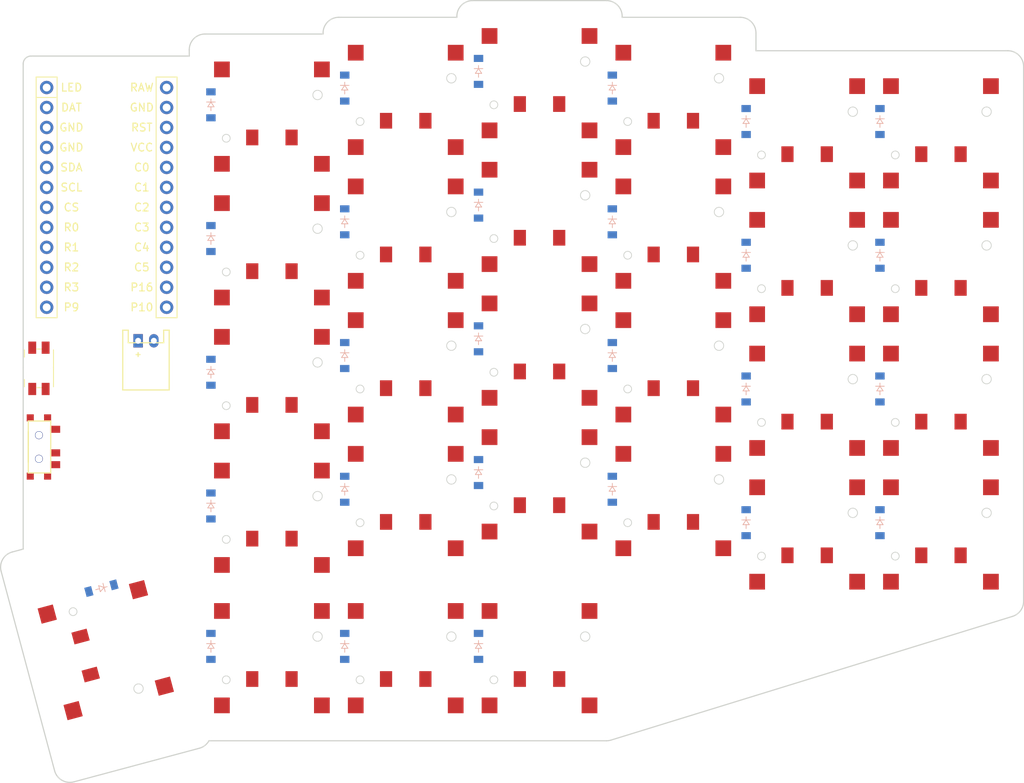
<source format=kicad_pcb>
(kicad_pcb (version 20240108) (generator "ergogen") (generator_version "4.1.0")
  (title_block (title "souffle_right") (date "2025-02-13") (rev "0.1") (company "Felipe Coury"))
  (layers (0 "F.Cu" signal) (31 "B.Cu" signal) (34 "B.Paste" user) (35 "F.Paste" user) (36 "B.SilkS" user "B.Silkscreen") (37 "F.SilkS" user "F.Silkscreen") (38 "B.Mask" user) (39 "F.Mask" user) (44 "Edge.Cuts" user))
  (net 0 "")
  (net 1 "C0")
  (net 2 "mirror_outer_bottom")
  (net 3 "mirror_outer_home")
  (net 4 "mirror_outer_top")
  (net 5 "mirror_outer_number")
  (net 6 "C1")
  (net 7 "mirror_pinky_bottom")
  (net 8 "mirror_pinky_home")
  (net 9 "mirror_pinky_top")
  (net 10 "mirror_pinky_number")
  (net 11 "C2")
  (net 12 "mirror_ring_bottom")
  (net 13 "mirror_ring_home")
  (net 14 "mirror_ring_top")
  (net 15 "mirror_ring_number")
  (net 16 "C3")
  (net 17 "mirror_middle_bottom")
  (net 18 "mirror_middle_home")
  (net 19 "mirror_middle_top")
  (net 20 "mirror_middle_number")
  (net 21 "C4")
  (net 22 "mirror_index_bottom")
  (net 23 "mirror_index_home")
  (net 24 "mirror_index_top")
  (net 25 "mirror_index_number")
  (net 26 "C5")
  (net 27 "mirror_inner_bottom")
  (net 28 "mirror_inner_home")
  (net 29 "mirror_inner_top")
  (net 30 "mirror_inner_number")
  (net 31 "mirror_inward_home")
  (net 32 "mirror_outward_home")
  (net 33 "mirror_small_thumbkey_home")
  (net 34 "mirror_thumbkey_home")
  (net 35 "R3")
  (net 36 "R2")
  (net 37 "R1")
  (net 38 "R0")
  (net 39 "R4")
  (net 40 "pos")
  (net 41 "GND")
  (net 42 "RAW")
  (net 43 "RST")
  (net 44 "VCC")
  (net 45 "P16")
  (net 46 "P10")
  (net 47 "LED")
  (net 48 "DAT")
  (net 49 "SDA")
  (net 50 "SCL")
  (net 51 "CS")
  (net 52 "P9")
  (net 53 "P101")
  (net 54 "P102")
  (net 55 "P107")
  (net 56 "MCU1_24")
  (net 57 "MCU1_1")
  (net 58 "MCU1_23")
  (net 59 "MCU1_2")
  (net 60 "MCU1_22")
  (net 61 "MCU1_3")
  (net 62 "MCU1_21")
  (net 63 "MCU1_4")
  (net 64 "MCU1_20")
  (net 65 "MCU1_5")
  (net 66 "MCU1_19")
  (net 67 "MCU1_6")
  (net 68 "MCU1_18")
  (net 69 "MCU1_7")
  (net 70 "MCU1_17")
  (net 71 "MCU1_8")
  (net 72 "MCU1_16")
  (net 73 "MCU1_9")
  (net 74 "MCU1_15")
  (net 75 "MCU1_10")
  (net 76 "MCU1_14")
  (net 77 "MCU1_11")
  (net 78 "MCU1_13")
  (net 79 "MCU1_12")
  (footprint "CPG1316S01D02_mikeholscher" (layer "F.Cu") (at 350 100 0)
    (property "Reference" "S1" hide)
    (fp_circle (center -5.8 2.75) (end -5.3 2.75) (stroke (width 0.1)) (fill none) (layer "Edge.Cuts"))
    (fp_circle (center 5.8 -2.75) (end 6.4 -2.75) (stroke (width 0.1)) (fill none) (layer "Edge.Cuts"))
    (pad "1" smd rect (at -2.5 2.65 0) (size 1.55 2) (layers "F.Cu" "F.Paste" "F.Mask") (net 2 "mirror_outer_bottom"))
    (pad "2" smd rect (at 2.5 2.65 0) (size 1.55 2) (layers "F.Cu" "F.Paste" "F.Mask") (net 1 "C0"))
    (pad "3" smd rect (at -6.35 -6 0) (size 2 2) (layers "F.Cu" "F.Paste" "F.Mask"))
    (pad "3" smd rect (at -6.35 6 0) (size 2 2) (layers "F.Cu" "F.Paste" "F.Mask"))
    (pad "3" smd rect (at 6.35 -6 0) (size 2 2) (layers "F.Cu" "F.Paste" "F.Mask"))
    (pad "3" smd rect (at 6.35 6 0) (size 2 2) (layers "F.Cu" "F.Paste" "F.Mask"))
  )
  (footprint "CPG1316S01D02_mikeholscher" (layer "F.Cu") (at 350 83 0)
    (property "Reference" "S2" hide)
    (fp_circle (center -5.8 2.75) (end -5.3 2.75) (stroke (width 0.1)) (fill none) (layer "Edge.Cuts"))
    (fp_circle (center 5.8 -2.75) (end 6.4 -2.75) (stroke (width 0.1)) (fill none) (layer "Edge.Cuts"))
    (pad "1" smd rect (at -2.5 2.65 0) (size 1.55 2) (layers "F.Cu" "F.Paste" "F.Mask") (net 3 "mirror_outer_home"))
    (pad "2" smd rect (at 2.5 2.65 0) (size 1.55 2) (layers "F.Cu" "F.Paste" "F.Mask") (net 1 "C0"))
    (pad "3" smd rect (at -6.35 -6 0) (size 2 2) (layers "F.Cu" "F.Paste" "F.Mask"))
    (pad "3" smd rect (at -6.35 6 0) (size 2 2) (layers "F.Cu" "F.Paste" "F.Mask"))
    (pad "3" smd rect (at 6.35 -6 0) (size 2 2) (layers "F.Cu" "F.Paste" "F.Mask"))
    (pad "3" smd rect (at 6.35 6 0) (size 2 2) (layers "F.Cu" "F.Paste" "F.Mask"))
  )
  (footprint "CPG1316S01D02_mikeholscher" (layer "F.Cu") (at 350 66 0)
    (property "Reference" "S3" hide)
    (fp_circle (center -5.8 2.75) (end -5.3 2.75) (stroke (width 0.1)) (fill none) (layer "Edge.Cuts"))
    (fp_circle (center 5.8 -2.75) (end 6.4 -2.75) (stroke (width 0.1)) (fill none) (layer "Edge.Cuts"))
    (pad "1" smd rect (at -2.5 2.65 0) (size 1.55 2) (layers "F.Cu" "F.Paste" "F.Mask") (net 4 "mirror_outer_top"))
    (pad "2" smd rect (at 2.5 2.65 0) (size 1.55 2) (layers "F.Cu" "F.Paste" "F.Mask") (net 1 "C0"))
    (pad "3" smd rect (at -6.35 -6 0) (size 2 2) (layers "F.Cu" "F.Paste" "F.Mask"))
    (pad "3" smd rect (at -6.35 6 0) (size 2 2) (layers "F.Cu" "F.Paste" "F.Mask"))
    (pad "3" smd rect (at 6.35 -6 0) (size 2 2) (layers "F.Cu" "F.Paste" "F.Mask"))
    (pad "3" smd rect (at 6.35 6 0) (size 2 2) (layers "F.Cu" "F.Paste" "F.Mask"))
  )
  (footprint "CPG1316S01D02_mikeholscher" (layer "F.Cu") (at 350 49 0)
    (property "Reference" "S4" hide)
    (fp_circle (center -5.8 2.75) (end -5.3 2.75) (stroke (width 0.1)) (fill none) (layer "Edge.Cuts"))
    (fp_circle (center 5.8 -2.75) (end 6.4 -2.75) (stroke (width 0.1)) (fill none) (layer "Edge.Cuts"))
    (pad "1" smd rect (at -2.5 2.65 0) (size 1.55 2) (layers "F.Cu" "F.Paste" "F.Mask") (net 5 "mirror_outer_number"))
    (pad "2" smd rect (at 2.5 2.65 0) (size 1.55 2) (layers "F.Cu" "F.Paste" "F.Mask") (net 1 "C0"))
    (pad "3" smd rect (at -6.35 -6 0) (size 2 2) (layers "F.Cu" "F.Paste" "F.Mask"))
    (pad "3" smd rect (at -6.35 6 0) (size 2 2) (layers "F.Cu" "F.Paste" "F.Mask"))
    (pad "3" smd rect (at 6.35 -6 0) (size 2 2) (layers "F.Cu" "F.Paste" "F.Mask"))
    (pad "3" smd rect (at 6.35 6 0) (size 2 2) (layers "F.Cu" "F.Paste" "F.Mask"))
  )
  (footprint "CPG1316S01D02_mikeholscher" (layer "F.Cu") (at 333 100 0)
    (property "Reference" "S5" hide)
    (fp_circle (center -5.8 2.75) (end -5.3 2.75) (stroke (width 0.1)) (fill none) (layer "Edge.Cuts"))
    (fp_circle (center 5.8 -2.75) (end 6.4 -2.75) (stroke (width 0.1)) (fill none) (layer "Edge.Cuts"))
    (pad "1" smd rect (at -2.5 2.65 0) (size 1.55 2) (layers "F.Cu" "F.Paste" "F.Mask") (net 7 "mirror_pinky_bottom"))
    (pad "2" smd rect (at 2.5 2.65 0) (size 1.55 2) (layers "F.Cu" "F.Paste" "F.Mask") (net 6 "C1"))
    (pad "3" smd rect (at -6.35 -6 0) (size 2 2) (layers "F.Cu" "F.Paste" "F.Mask"))
    (pad "3" smd rect (at -6.35 6 0) (size 2 2) (layers "F.Cu" "F.Paste" "F.Mask"))
    (pad "3" smd rect (at 6.35 -6 0) (size 2 2) (layers "F.Cu" "F.Paste" "F.Mask"))
    (pad "3" smd rect (at 6.35 6 0) (size 2 2) (layers "F.Cu" "F.Paste" "F.Mask"))
  )
  (footprint "CPG1316S01D02_mikeholscher" (layer "F.Cu") (at 333 83 0)
    (property "Reference" "S6" hide)
    (fp_circle (center -5.8 2.75) (end -5.3 2.75) (stroke (width 0.1)) (fill none) (layer "Edge.Cuts"))
    (fp_circle (center 5.8 -2.75) (end 6.4 -2.75) (stroke (width 0.1)) (fill none) (layer "Edge.Cuts"))
    (pad "1" smd rect (at -2.5 2.65 0) (size 1.55 2) (layers "F.Cu" "F.Paste" "F.Mask") (net 8 "mirror_pinky_home"))
    (pad "2" smd rect (at 2.5 2.65 0) (size 1.55 2) (layers "F.Cu" "F.Paste" "F.Mask") (net 6 "C1"))
    (pad "3" smd rect (at -6.35 -6 0) (size 2 2) (layers "F.Cu" "F.Paste" "F.Mask"))
    (pad "3" smd rect (at -6.35 6 0) (size 2 2) (layers "F.Cu" "F.Paste" "F.Mask"))
    (pad "3" smd rect (at 6.35 -6 0) (size 2 2) (layers "F.Cu" "F.Paste" "F.Mask"))
    (pad "3" smd rect (at 6.35 6 0) (size 2 2) (layers "F.Cu" "F.Paste" "F.Mask"))
  )
  (footprint "CPG1316S01D02_mikeholscher" (layer "F.Cu") (at 333 66 0)
    (property "Reference" "S7" hide)
    (fp_circle (center -5.8 2.75) (end -5.3 2.75) (stroke (width 0.1)) (fill none) (layer "Edge.Cuts"))
    (fp_circle (center 5.8 -2.75) (end 6.4 -2.75) (stroke (width 0.1)) (fill none) (layer "Edge.Cuts"))
    (pad "1" smd rect (at -2.5 2.65 0) (size 1.55 2) (layers "F.Cu" "F.Paste" "F.Mask") (net 9 "mirror_pinky_top"))
    (pad "2" smd rect (at 2.5 2.65 0) (size 1.55 2) (layers "F.Cu" "F.Paste" "F.Mask") (net 6 "C1"))
    (pad "3" smd rect (at -6.35 -6 0) (size 2 2) (layers "F.Cu" "F.Paste" "F.Mask"))
    (pad "3" smd rect (at -6.35 6 0) (size 2 2) (layers "F.Cu" "F.Paste" "F.Mask"))
    (pad "3" smd rect (at 6.35 -6 0) (size 2 2) (layers "F.Cu" "F.Paste" "F.Mask"))
    (pad "3" smd rect (at 6.35 6 0) (size 2 2) (layers "F.Cu" "F.Paste" "F.Mask"))
  )
  (footprint "CPG1316S01D02_mikeholscher" (layer "F.Cu") (at 333 49 0)
    (property "Reference" "S8" hide)
    (fp_circle (center -5.8 2.75) (end -5.3 2.75) (stroke (width 0.1)) (fill none) (layer "Edge.Cuts"))
    (fp_circle (center 5.8 -2.75) (end 6.4 -2.75) (stroke (width 0.1)) (fill none) (layer "Edge.Cuts"))
    (pad "1" smd rect (at -2.5 2.65 0) (size 1.55 2) (layers "F.Cu" "F.Paste" "F.Mask") (net 10 "mirror_pinky_number"))
    (pad "2" smd rect (at 2.5 2.65 0) (size 1.55 2) (layers "F.Cu" "F.Paste" "F.Mask") (net 6 "C1"))
    (pad "3" smd rect (at -6.35 -6 0) (size 2 2) (layers "F.Cu" "F.Paste" "F.Mask"))
    (pad "3" smd rect (at -6.35 6 0) (size 2 2) (layers "F.Cu" "F.Paste" "F.Mask"))
    (pad "3" smd rect (at 6.35 -6 0) (size 2 2) (layers "F.Cu" "F.Paste" "F.Mask"))
    (pad "3" smd rect (at 6.35 6 0) (size 2 2) (layers "F.Cu" "F.Paste" "F.Mask"))
  )
  (footprint "CPG1316S01D02_mikeholscher" (layer "F.Cu") (at 316 95.75 0)
    (property "Reference" "S9" hide)
    (fp_circle (center -5.8 2.75) (end -5.3 2.75) (stroke (width 0.1)) (fill none) (layer "Edge.Cuts"))
    (fp_circle (center 5.8 -2.75) (end 6.4 -2.75) (stroke (width 0.1)) (fill none) (layer "Edge.Cuts"))
    (pad "1" smd rect (at -2.5 2.65 0) (size 1.55 2) (layers "F.Cu" "F.Paste" "F.Mask") (net 12 "mirror_ring_bottom"))
    (pad "2" smd rect (at 2.5 2.65 0) (size 1.55 2) (layers "F.Cu" "F.Paste" "F.Mask") (net 11 "C2"))
    (pad "3" smd rect (at -6.35 -6 0) (size 2 2) (layers "F.Cu" "F.Paste" "F.Mask"))
    (pad "3" smd rect (at -6.35 6 0) (size 2 2) (layers "F.Cu" "F.Paste" "F.Mask"))
    (pad "3" smd rect (at 6.35 -6 0) (size 2 2) (layers "F.Cu" "F.Paste" "F.Mask"))
    (pad "3" smd rect (at 6.35 6 0) (size 2 2) (layers "F.Cu" "F.Paste" "F.Mask"))
  )
  (footprint "CPG1316S01D02_mikeholscher" (layer "F.Cu") (at 316 78.75 0)
    (property "Reference" "S10" hide)
    (fp_circle (center -5.8 2.75) (end -5.3 2.75) (stroke (width 0.1)) (fill none) (layer "Edge.Cuts"))
    (fp_circle (center 5.8 -2.75) (end 6.4 -2.75) (stroke (width 0.1)) (fill none) (layer "Edge.Cuts"))
    (pad "1" smd rect (at -2.5 2.65 0) (size 1.55 2) (layers "F.Cu" "F.Paste" "F.Mask") (net 13 "mirror_ring_home"))
    (pad "2" smd rect (at 2.5 2.65 0) (size 1.55 2) (layers "F.Cu" "F.Paste" "F.Mask") (net 11 "C2"))
    (pad "3" smd rect (at -6.35 -6 0) (size 2 2) (layers "F.Cu" "F.Paste" "F.Mask"))
    (pad "3" smd rect (at -6.35 6 0) (size 2 2) (layers "F.Cu" "F.Paste" "F.Mask"))
    (pad "3" smd rect (at 6.35 -6 0) (size 2 2) (layers "F.Cu" "F.Paste" "F.Mask"))
    (pad "3" smd rect (at 6.35 6 0) (size 2 2) (layers "F.Cu" "F.Paste" "F.Mask"))
  )
  (footprint "CPG1316S01D02_mikeholscher" (layer "F.Cu") (at 316 61.75 0)
    (property "Reference" "S11" hide)
    (fp_circle (center -5.8 2.75) (end -5.3 2.75) (stroke (width 0.1)) (fill none) (layer "Edge.Cuts"))
    (fp_circle (center 5.8 -2.75) (end 6.4 -2.75) (stroke (width 0.1)) (fill none) (layer "Edge.Cuts"))
    (pad "1" smd rect (at -2.5 2.65 0) (size 1.55 2) (layers "F.Cu" "F.Paste" "F.Mask") (net 14 "mirror_ring_top"))
    (pad "2" smd rect (at 2.5 2.65 0) (size 1.55 2) (layers "F.Cu" "F.Paste" "F.Mask") (net 11 "C2"))
    (pad "3" smd rect (at -6.35 -6 0) (size 2 2) (layers "F.Cu" "F.Paste" "F.Mask"))
    (pad "3" smd rect (at -6.35 6 0) (size 2 2) (layers "F.Cu" "F.Paste" "F.Mask"))
    (pad "3" smd rect (at 6.35 -6 0) (size 2 2) (layers "F.Cu" "F.Paste" "F.Mask"))
    (pad "3" smd rect (at 6.35 6 0) (size 2 2) (layers "F.Cu" "F.Paste" "F.Mask"))
  )
  (footprint "CPG1316S01D02_mikeholscher" (layer "F.Cu") (at 316 44.75 0)
    (property "Reference" "S12" hide)
    (fp_circle (center -5.8 2.75) (end -5.3 2.75) (stroke (width 0.1)) (fill none) (layer "Edge.Cuts"))
    (fp_circle (center 5.8 -2.75) (end 6.4 -2.75) (stroke (width 0.1)) (fill none) (layer "Edge.Cuts"))
    (pad "1" smd rect (at -2.5 2.65 0) (size 1.55 2) (layers "F.Cu" "F.Paste" "F.Mask") (net 15 "mirror_ring_number"))
    (pad "2" smd rect (at 2.5 2.65 0) (size 1.55 2) (layers "F.Cu" "F.Paste" "F.Mask") (net 11 "C2"))
    (pad "3" smd rect (at -6.35 -6 0) (size 2 2) (layers "F.Cu" "F.Paste" "F.Mask"))
    (pad "3" smd rect (at -6.35 6 0) (size 2 2) (layers "F.Cu" "F.Paste" "F.Mask"))
    (pad "3" smd rect (at 6.35 -6 0) (size 2 2) (layers "F.Cu" "F.Paste" "F.Mask"))
    (pad "3" smd rect (at 6.35 6 0) (size 2 2) (layers "F.Cu" "F.Paste" "F.Mask"))
  )
  (footprint "CPG1316S01D02_mikeholscher" (layer "F.Cu") (at 299 93.625 0)
    (property "Reference" "S13" hide)
    (fp_circle (center -5.8 2.75) (end -5.3 2.75) (stroke (width 0.1)) (fill none) (layer "Edge.Cuts"))
    (fp_circle (center 5.8 -2.75) (end 6.4 -2.75) (stroke (width 0.1)) (fill none) (layer "Edge.Cuts"))
    (pad "1" smd rect (at -2.5 2.65 0) (size 1.55 2) (layers "F.Cu" "F.Paste" "F.Mask") (net 17 "mirror_middle_bottom"))
    (pad "2" smd rect (at 2.5 2.65 0) (size 1.55 2) (layers "F.Cu" "F.Paste" "F.Mask") (net 16 "C3"))
    (pad "3" smd rect (at -6.35 -6 0) (size 2 2) (layers "F.Cu" "F.Paste" "F.Mask"))
    (pad "3" smd rect (at -6.35 6 0) (size 2 2) (layers "F.Cu" "F.Paste" "F.Mask"))
    (pad "3" smd rect (at 6.35 -6 0) (size 2 2) (layers "F.Cu" "F.Paste" "F.Mask"))
    (pad "3" smd rect (at 6.35 6 0) (size 2 2) (layers "F.Cu" "F.Paste" "F.Mask"))
  )
  (footprint "CPG1316S01D02_mikeholscher" (layer "F.Cu") (at 299 76.625 0)
    (property "Reference" "S14" hide)
    (fp_circle (center -5.8 2.75) (end -5.3 2.75) (stroke (width 0.1)) (fill none) (layer "Edge.Cuts"))
    (fp_circle (center 5.8 -2.75) (end 6.4 -2.75) (stroke (width 0.1)) (fill none) (layer "Edge.Cuts"))
    (pad "1" smd rect (at -2.5 2.65 0) (size 1.55 2) (layers "F.Cu" "F.Paste" "F.Mask") (net 18 "mirror_middle_home"))
    (pad "2" smd rect (at 2.5 2.65 0) (size 1.55 2) (layers "F.Cu" "F.Paste" "F.Mask") (net 16 "C3"))
    (pad "3" smd rect (at -6.35 -6 0) (size 2 2) (layers "F.Cu" "F.Paste" "F.Mask"))
    (pad "3" smd rect (at -6.35 6 0) (size 2 2) (layers "F.Cu" "F.Paste" "F.Mask"))
    (pad "3" smd rect (at 6.35 -6 0) (size 2 2) (layers "F.Cu" "F.Paste" "F.Mask"))
    (pad "3" smd rect (at 6.35 6 0) (size 2 2) (layers "F.Cu" "F.Paste" "F.Mask"))
  )
  (footprint "CPG1316S01D02_mikeholscher" (layer "F.Cu") (at 299 59.625 0)
    (property "Reference" "S15" hide)
    (fp_circle (center -5.8 2.75) (end -5.3 2.75) (stroke (width 0.1)) (fill none) (layer "Edge.Cuts"))
    (fp_circle (center 5.8 -2.75) (end 6.4 -2.75) (stroke (width 0.1)) (fill none) (layer "Edge.Cuts"))
    (pad "1" smd rect (at -2.5 2.65 0) (size 1.55 2) (layers "F.Cu" "F.Paste" "F.Mask") (net 19 "mirror_middle_top"))
    (pad "2" smd rect (at 2.5 2.65 0) (size 1.55 2) (layers "F.Cu" "F.Paste" "F.Mask") (net 16 "C3"))
    (pad "3" smd rect (at -6.35 -6 0) (size 2 2) (layers "F.Cu" "F.Paste" "F.Mask"))
    (pad "3" smd rect (at -6.35 6 0) (size 2 2) (layers "F.Cu" "F.Paste" "F.Mask"))
    (pad "3" smd rect (at 6.35 -6 0) (size 2 2) (layers "F.Cu" "F.Paste" "F.Mask"))
    (pad "3" smd rect (at 6.35 6 0) (size 2 2) (layers "F.Cu" "F.Paste" "F.Mask"))
  )
  (footprint "CPG1316S01D02_mikeholscher" (layer "F.Cu") (at 299 42.625 0)
    (property "Reference" "S16" hide)
    (fp_circle (center -5.8 2.75) (end -5.3 2.75) (stroke (width 0.1)) (fill none) (layer "Edge.Cuts"))
    (fp_circle (center 5.8 -2.75) (end 6.4 -2.75) (stroke (width 0.1)) (fill none) (layer "Edge.Cuts"))
    (pad "1" smd rect (at -2.5 2.65 0) (size 1.55 2) (layers "F.Cu" "F.Paste" "F.Mask") (net 20 "mirror_middle_number"))
    (pad "2" smd rect (at 2.5 2.65 0) (size 1.55 2) (layers "F.Cu" "F.Paste" "F.Mask") (net 16 "C3"))
    (pad "3" smd rect (at -6.35 -6 0) (size 2 2) (layers "F.Cu" "F.Paste" "F.Mask"))
    (pad "3" smd rect (at -6.35 6 0) (size 2 2) (layers "F.Cu" "F.Paste" "F.Mask"))
    (pad "3" smd rect (at 6.35 -6 0) (size 2 2) (layers "F.Cu" "F.Paste" "F.Mask"))
    (pad "3" smd rect (at 6.35 6 0) (size 2 2) (layers "F.Cu" "F.Paste" "F.Mask"))
  )
  (footprint "CPG1316S01D02_mikeholscher" (layer "F.Cu") (at 282 95.75 0)
    (property "Reference" "S17" hide)
    (fp_circle (center -5.8 2.75) (end -5.3 2.75) (stroke (width 0.1)) (fill none) (layer "Edge.Cuts"))
    (fp_circle (center 5.8 -2.75) (end 6.4 -2.75) (stroke (width 0.1)) (fill none) (layer "Edge.Cuts"))
    (pad "1" smd rect (at -2.5 2.65 0) (size 1.55 2) (layers "F.Cu" "F.Paste" "F.Mask") (net 22 "mirror_index_bottom"))
    (pad "2" smd rect (at 2.5 2.65 0) (size 1.55 2) (layers "F.Cu" "F.Paste" "F.Mask") (net 21 "C4"))
    (pad "3" smd rect (at -6.35 -6 0) (size 2 2) (layers "F.Cu" "F.Paste" "F.Mask"))
    (pad "3" smd rect (at -6.35 6 0) (size 2 2) (layers "F.Cu" "F.Paste" "F.Mask"))
    (pad "3" smd rect (at 6.35 -6 0) (size 2 2) (layers "F.Cu" "F.Paste" "F.Mask"))
    (pad "3" smd rect (at 6.35 6 0) (size 2 2) (layers "F.Cu" "F.Paste" "F.Mask"))
  )
  (footprint "CPG1316S01D02_mikeholscher" (layer "F.Cu") (at 282 78.75 0)
    (property "Reference" "S18" hide)
    (fp_circle (center -5.8 2.75) (end -5.3 2.75) (stroke (width 0.1)) (fill none) (layer "Edge.Cuts"))
    (fp_circle (center 5.8 -2.75) (end 6.4 -2.75) (stroke (width 0.1)) (fill none) (layer "Edge.Cuts"))
    (pad "1" smd rect (at -2.5 2.65 0) (size 1.55 2) (layers "F.Cu" "F.Paste" "F.Mask") (net 23 "mirror_index_home"))
    (pad "2" smd rect (at 2.5 2.65 0) (size 1.55 2) (layers "F.Cu" "F.Paste" "F.Mask") (net 21 "C4"))
    (pad "3" smd rect (at -6.35 -6 0) (size 2 2) (layers "F.Cu" "F.Paste" "F.Mask"))
    (pad "3" smd rect (at -6.35 6 0) (size 2 2) (layers "F.Cu" "F.Paste" "F.Mask"))
    (pad "3" smd rect (at 6.35 -6 0) (size 2 2) (layers "F.Cu" "F.Paste" "F.Mask"))
    (pad "3" smd rect (at 6.35 6 0) (size 2 2) (layers "F.Cu" "F.Paste" "F.Mask"))
  )
  (footprint "CPG1316S01D02_mikeholscher" (layer "F.Cu") (at 282 61.75 0)
    (property "Reference" "S19" hide)
    (fp_circle (center -5.8 2.75) (end -5.3 2.75) (stroke (width 0.1)) (fill none) (layer "Edge.Cuts"))
    (fp_circle (center 5.8 -2.75) (end 6.4 -2.75) (stroke (width 0.1)) (fill none) (layer "Edge.Cuts"))
    (pad "1" smd rect (at -2.5 2.65 0) (size 1.55 2) (layers "F.Cu" "F.Paste" "F.Mask") (net 24 "mirror_index_top"))
    (pad "2" smd rect (at 2.5 2.65 0) (size 1.55 2) (layers "F.Cu" "F.Paste" "F.Mask") (net 21 "C4"))
    (pad "3" smd rect (at -6.35 -6 0) (size 2 2) (layers "F.Cu" "F.Paste" "F.Mask"))
    (pad "3" smd rect (at -6.35 6 0) (size 2 2) (layers "F.Cu" "F.Paste" "F.Mask"))
    (pad "3" smd rect (at 6.35 -6 0) (size 2 2) (layers "F.Cu" "F.Paste" "F.Mask"))
    (pad "3" smd rect (at 6.35 6 0) (size 2 2) (layers "F.Cu" "F.Paste" "F.Mask"))
  )
  (footprint "CPG1316S01D02_mikeholscher" (layer "F.Cu") (at 282 44.75 0)
    (property "Reference" "S20" hide)
    (fp_circle (center -5.8 2.75) (end -5.3 2.75) (stroke (width 0.1)) (fill none) (layer "Edge.Cuts"))
    (fp_circle (center 5.8 -2.75) (end 6.4 -2.75) (stroke (width 0.1)) (fill none) (layer "Edge.Cuts"))
    (pad "1" smd rect (at -2.5 2.65 0) (size 1.55 2) (layers "F.Cu" "F.Paste" "F.Mask") (net 25 "mirror_index_number"))
    (pad "2" smd rect (at 2.5 2.65 0) (size 1.55 2) (layers "F.Cu" "F.Paste" "F.Mask") (net 21 "C4"))
    (pad "3" smd rect (at -6.35 -6 0) (size 2 2) (layers "F.Cu" "F.Paste" "F.Mask"))
    (pad "3" smd rect (at -6.35 6 0) (size 2 2) (layers "F.Cu" "F.Paste" "F.Mask"))
    (pad "3" smd rect (at 6.35 -6 0) (size 2 2) (layers "F.Cu" "F.Paste" "F.Mask"))
    (pad "3" smd rect (at 6.35 6 0) (size 2 2) (layers "F.Cu" "F.Paste" "F.Mask"))
  )
  (footprint "CPG1316S01D02_mikeholscher" (layer "F.Cu") (at 265 97.875 0)
    (property "Reference" "S21" hide)
    (fp_circle (center -5.8 2.75) (end -5.3 2.75) (stroke (width 0.1)) (fill none) (layer "Edge.Cuts"))
    (fp_circle (center 5.8 -2.75) (end 6.4 -2.75) (stroke (width 0.1)) (fill none) (layer "Edge.Cuts"))
    (pad "1" smd rect (at -2.5 2.65 0) (size 1.55 2) (layers "F.Cu" "F.Paste" "F.Mask") (net 27 "mirror_inner_bottom"))
    (pad "2" smd rect (at 2.5 2.65 0) (size 1.55 2) (layers "F.Cu" "F.Paste" "F.Mask") (net 26 "C5"))
    (pad "3" smd rect (at -6.35 -6 0) (size 2 2) (layers "F.Cu" "F.Paste" "F.Mask"))
    (pad "3" smd rect (at -6.35 6 0) (size 2 2) (layers "F.Cu" "F.Paste" "F.Mask"))
    (pad "3" smd rect (at 6.35 -6 0) (size 2 2) (layers "F.Cu" "F.Paste" "F.Mask"))
    (pad "3" smd rect (at 6.35 6 0) (size 2 2) (layers "F.Cu" "F.Paste" "F.Mask"))
  )
  (footprint "CPG1316S01D02_mikeholscher" (layer "F.Cu") (at 265 80.875 0)
    (property "Reference" "S22" hide)
    (fp_circle (center -5.8 2.75) (end -5.3 2.75) (stroke (width 0.1)) (fill none) (layer "Edge.Cuts"))
    (fp_circle (center 5.8 -2.75) (end 6.4 -2.75) (stroke (width 0.1)) (fill none) (layer "Edge.Cuts"))
    (pad "1" smd rect (at -2.5 2.65 0) (size 1.55 2) (layers "F.Cu" "F.Paste" "F.Mask") (net 28 "mirror_inner_home"))
    (pad "2" smd rect (at 2.5 2.65 0) (size 1.55 2) (layers "F.Cu" "F.Paste" "F.Mask") (net 26 "C5"))
    (pad "3" smd rect (at -6.35 -6 0) (size 2 2) (layers "F.Cu" "F.Paste" "F.Mask"))
    (pad "3" smd rect (at -6.35 6 0) (size 2 2) (layers "F.Cu" "F.Paste" "F.Mask"))
    (pad "3" smd rect (at 6.35 -6 0) (size 2 2) (layers "F.Cu" "F.Paste" "F.Mask"))
    (pad "3" smd rect (at 6.35 6 0) (size 2 2) (layers "F.Cu" "F.Paste" "F.Mask"))
  )
  (footprint "CPG1316S01D02_mikeholscher" (layer "F.Cu") (at 265 63.875 0)
    (property "Reference" "S23" hide)
    (fp_circle (center -5.8 2.75) (end -5.3 2.75) (stroke (width 0.1)) (fill none) (layer "Edge.Cuts"))
    (fp_circle (center 5.8 -2.75) (end 6.4 -2.75) (stroke (width 0.1)) (fill none) (layer "Edge.Cuts"))
    (pad "1" smd rect (at -2.5 2.65 0) (size 1.55 2) (layers "F.Cu" "F.Paste" "F.Mask") (net 29 "mirror_inner_top"))
    (pad "2" smd rect (at 2.5 2.65 0) (size 1.55 2) (layers "F.Cu" "F.Paste" "F.Mask") (net 26 "C5"))
    (pad "3" smd rect (at -6.35 -6 0) (size 2 2) (layers "F.Cu" "F.Paste" "F.Mask"))
    (pad "3" smd rect (at -6.35 6 0) (size 2 2) (layers "F.Cu" "F.Paste" "F.Mask"))
    (pad "3" smd rect (at 6.35 -6 0) (size 2 2) (layers "F.Cu" "F.Paste" "F.Mask"))
    (pad "3" smd rect (at 6.35 6 0) (size 2 2) (layers "F.Cu" "F.Paste" "F.Mask"))
  )
  (footprint "CPG1316S01D02_mikeholscher" (layer "F.Cu") (at 265 46.875 0)
    (property "Reference" "S24" hide)
    (fp_circle (center -5.8 2.75) (end -5.3 2.75) (stroke (width 0.1)) (fill none) (layer "Edge.Cuts"))
    (fp_circle (center 5.8 -2.75) (end 6.4 -2.75) (stroke (width 0.1)) (fill none) (layer "Edge.Cuts"))
    (pad "1" smd rect (at -2.5 2.65 0) (size 1.55 2) (layers "F.Cu" "F.Paste" "F.Mask") (net 30 "mirror_inner_number"))
    (pad "2" smd rect (at 2.5 2.65 0) (size 1.55 2) (layers "F.Cu" "F.Paste" "F.Mask") (net 26 "C5"))
    (pad "3" smd rect (at -6.35 -6 0) (size 2 2) (layers "F.Cu" "F.Paste" "F.Mask"))
    (pad "3" smd rect (at -6.35 6 0) (size 2 2) (layers "F.Cu" "F.Paste" "F.Mask"))
    (pad "3" smd rect (at 6.35 -6 0) (size 2 2) (layers "F.Cu" "F.Paste" "F.Mask"))
    (pad "3" smd rect (at 6.35 6 0) (size 2 2) (layers "F.Cu" "F.Paste" "F.Mask"))
  )
  (footprint "CPG1316S01D02_mikeholscher" (layer "F.Cu") (at 299 115.725 0)
    (property "Reference" "S25" hide)
    (fp_circle (center -5.8 2.75) (end -5.3 2.75) (stroke (width 0.1)) (fill none) (layer "Edge.Cuts"))
    (fp_circle (center 5.8 -2.75) (end 6.4 -2.75) (stroke (width 0.1)) (fill none) (layer "Edge.Cuts"))
    (pad "1" smd rect (at -2.5 2.65 0) (size 1.55 2) (layers "F.Cu" "F.Paste" "F.Mask") (net 31 "mirror_inward_home"))
    (pad "2" smd rect (at 2.5 2.65 0) (size 1.55 2) (layers "F.Cu" "F.Paste" "F.Mask") (net 11 "C2"))
    (pad "3" smd rect (at -6.35 -6 0) (size 2 2) (layers "F.Cu" "F.Paste" "F.Mask"))
    (pad "3" smd rect (at -6.35 6 0) (size 2 2) (layers "F.Cu" "F.Paste" "F.Mask"))
    (pad "3" smd rect (at 6.35 -6 0) (size 2 2) (layers "F.Cu" "F.Paste" "F.Mask"))
    (pad "3" smd rect (at 6.35 6 0) (size 2 2) (layers "F.Cu" "F.Paste" "F.Mask"))
  )
  (footprint "CPG1316S01D02_mikeholscher" (layer "F.Cu") (at 282 115.725 0)
    (property "Reference" "S26" hide)
    (fp_circle (center -5.8 2.75) (end -5.3 2.75) (stroke (width 0.1)) (fill none) (layer "Edge.Cuts"))
    (fp_circle (center 5.8 -2.75) (end 6.4 -2.75) (stroke (width 0.1)) (fill none) (layer "Edge.Cuts"))
    (pad "1" smd rect (at -2.5 2.65 0) (size 1.55 2) (layers "F.Cu" "F.Paste" "F.Mask") (net 32 "mirror_outward_home"))
    (pad "2" smd rect (at 2.5 2.65 0) (size 1.55 2) (layers "F.Cu" "F.Paste" "F.Mask") (net 16 "C3"))
    (pad "3" smd rect (at -6.35 -6 0) (size 2 2) (layers "F.Cu" "F.Paste" "F.Mask"))
    (pad "3" smd rect (at -6.35 6 0) (size 2 2) (layers "F.Cu" "F.Paste" "F.Mask"))
    (pad "3" smd rect (at 6.35 -6 0) (size 2 2) (layers "F.Cu" "F.Paste" "F.Mask"))
    (pad "3" smd rect (at 6.35 6 0) (size 2 2) (layers "F.Cu" "F.Paste" "F.Mask"))
  )
  (footprint "CPG1316S01D02_mikeholscher" (layer "F.Cu") (at 265 115.725 0)
    (property "Reference" "S27" hide)
    (fp_circle (center -5.8 2.75) (end -5.3 2.75) (stroke (width 0.1)) (fill none) (layer "Edge.Cuts"))
    (fp_circle (center 5.8 -2.75) (end 6.4 -2.75) (stroke (width 0.1)) (fill none) (layer "Edge.Cuts"))
    (pad "1" smd rect (at -2.5 2.65 0) (size 1.55 2) (layers "F.Cu" "F.Paste" "F.Mask") (net 33 "mirror_small_thumbkey_home"))
    (pad "2" smd rect (at 2.5 2.65 0) (size 1.55 2) (layers "F.Cu" "F.Paste" "F.Mask") (net 21 "C4"))
    (pad "3" smd rect (at -6.35 -6 0) (size 2 2) (layers "F.Cu" "F.Paste" "F.Mask"))
    (pad "3" smd rect (at -6.35 6 0) (size 2 2) (layers "F.Cu" "F.Paste" "F.Mask"))
    (pad "3" smd rect (at 6.35 -6 0) (size 2 2) (layers "F.Cu" "F.Paste" "F.Mask"))
    (pad "3" smd rect (at 6.35 6 0) (size 2 2) (layers "F.Cu" "F.Paste" "F.Mask"))
  )
  (footprint "CPG1316S01D02_mikeholscher" (layer "F.Cu") (at 243.8948152 114.6999809 -75)
    (property "Reference" "S28" hide)
    (fp_circle (center -5.8 2.75) (end -5.3 2.75) (stroke (width 0.1)) (fill none) (layer "Edge.Cuts"))
    (fp_circle (center 5.8 -2.75) (end 6.4 -2.75) (stroke (width 0.1)) (fill none) (layer "Edge.Cuts"))
    (pad "1" smd rect (at -2.5 2.65 -75) (size 1.55 2) (layers "F.Cu" "F.Paste" "F.Mask") (net 34 "mirror_thumbkey_home"))
    (pad "2" smd rect (at 2.5 2.65 -75) (size 1.55 2) (layers "F.Cu" "F.Paste" "F.Mask") (net 26 "C5"))
    (pad "3" smd rect (at -6.35 -6 -75) (size 2 2) (layers "F.Cu" "F.Paste" "F.Mask"))
    (pad "3" smd rect (at -6.35 6 -75) (size 2 2) (layers "F.Cu" "F.Paste" "F.Mask"))
    (pad "3" smd rect (at 6.35 -6 -75) (size 2 2) (layers "F.Cu" "F.Paste" "F.Mask"))
    (pad "3" smd rect (at 6.35 6 -75) (size 2 2) (layers "F.Cu" "F.Paste" "F.Mask"))
  )
  (footprint "ceoloide:diode_tht_sod123" (layer "B.Cu") (at 342.25 98.5 -90)
    (property "Reference" "D1" hide)
    (pad "2" smd rect (at 1.65 0 -90) (size 0.9 1.2) (layers "B.Cu" "B.Paste" "B.Mask") (net 2 "mirror_outer_bottom"))
    (pad "1" smd rect (at -1.65 0 -90) (size 0.9 1.2) (layers "B.Cu" "B.Paste" "B.Mask") (net 35 "R3"))
  )
  (footprint "ceoloide:diode_tht_sod123" (layer "B.Cu") (at 342.25 81.5 -90)
    (property "Reference" "D2" hide)
    (pad "2" smd rect (at 1.65 0 -90) (size 0.9 1.2) (layers "B.Cu" "B.Paste" "B.Mask") (net 3 "mirror_outer_home"))
    (pad "1" smd rect (at -1.65 0 -90) (size 0.9 1.2) (layers "B.Cu" "B.Paste" "B.Mask") (net 36 "R2"))
  )
  (footprint "ceoloide:diode_tht_sod123" (layer "B.Cu") (at 342.25 64.5 -90)
    (property "Reference" "D3" hide)
    (pad "2" smd rect (at 1.65 0 -90) (size 0.9 1.2) (layers "B.Cu" "B.Paste" "B.Mask") (net 4 "mirror_outer_top"))
    (pad "1" smd rect (at -1.65 0 -90) (size 0.9 1.2) (layers "B.Cu" "B.Paste" "B.Mask") (net 37 "R1"))
  )
  (footprint "ceoloide:diode_tht_sod123" (layer "B.Cu") (at 342.25 47.5 -90)
    (property "Reference" "D4" hide)
    (pad "2" smd rect (at 1.65 0 -90) (size 0.9 1.2) (layers "B.Cu" "B.Paste" "B.Mask") (net 5 "mirror_outer_number"))
    (pad "1" smd rect (at -1.65 0 -90) (size 0.9 1.2) (layers "B.Cu" "B.Paste" "B.Mask") (net 38 "R0"))
  )
  (footprint "ceoloide:diode_tht_sod123" (layer "B.Cu") (at 325.25 98.5 -90)
    (property "Reference" "D5" hide)
    (pad "2" smd rect (at 1.65 0 -90) (size 0.9 1.2) (layers "B.Cu" "B.Paste" "B.Mask") (net 7 "mirror_pinky_bottom"))
    (pad "1" smd rect (at -1.65 0 -90) (size 0.9 1.2) (layers "B.Cu" "B.Paste" "B.Mask") (net 35 "R3"))
  )
  (footprint "ceoloide:diode_tht_sod123" (layer "B.Cu") (at 325.25 81.5 -90)
    (property "Reference" "D6" hide)
    (pad "2" smd rect (at 1.65 0 -90) (size 0.9 1.2) (layers "B.Cu" "B.Paste" "B.Mask") (net 8 "mirror_pinky_home"))
    (pad "1" smd rect (at -1.65 0 -90) (size 0.9 1.2) (layers "B.Cu" "B.Paste" "B.Mask") (net 36 "R2"))
  )
  (footprint "ceoloide:diode_tht_sod123" (layer "B.Cu") (at 325.25 64.5 -90)
    (property "Reference" "D7" hide)
    (pad "2" smd rect (at 1.65 0 -90) (size 0.9 1.2) (layers "B.Cu" "B.Paste" "B.Mask") (net 9 "mirror_pinky_top"))
    (pad "1" smd rect (at -1.65 0 -90) (size 0.9 1.2) (layers "B.Cu" "B.Paste" "B.Mask") (net 37 "R1"))
  )
  (footprint "ceoloide:diode_tht_sod123" (layer "B.Cu") (at 325.25 47.5 -90)
    (property "Reference" "D8" hide)
    (pad "2" smd rect (at 1.65 0 -90) (size 0.9 1.2) (layers "B.Cu" "B.Paste" "B.Mask") (net 10 "mirror_pinky_number"))
    (pad "1" smd rect (at -1.65 0 -90) (size 0.9 1.2) (layers "B.Cu" "B.Paste" "B.Mask") (net 38 "R0"))
  )
  (footprint "ceoloide:diode_tht_sod123" (layer "B.Cu") (at 308.25 94.25 -90)
    (property "Reference" "D9" hide)
    (pad "2" smd rect (at 1.65 0 -90) (size 0.9 1.2) (layers "B.Cu" "B.Paste" "B.Mask") (net 12 "mirror_ring_bottom"))
    (pad "1" smd rect (at -1.65 0 -90) (size 0.9 1.2) (layers "B.Cu" "B.Paste" "B.Mask") (net 35 "R3"))
  )
  (footprint "ceoloide:diode_tht_sod123" (layer "B.Cu") (at 308.25 77.25 -90)
    (property "Reference" "D10" hide)
    (pad "2" smd rect (at 1.65 0 -90) (size 0.9 1.2) (layers "B.Cu" "B.Paste" "B.Mask") (net 13 "mirror_ring_home"))
    (pad "1" smd rect (at -1.65 0 -90) (size 0.9 1.2) (layers "B.Cu" "B.Paste" "B.Mask") (net 36 "R2"))
  )
  (footprint "ceoloide:diode_tht_sod123" (layer "B.Cu") (at 308.25 60.25 -90)
    (property "Reference" "D11" hide)
    (pad "2" smd rect (at 1.65 0 -90) (size 0.9 1.2) (layers "B.Cu" "B.Paste" "B.Mask") (net 14 "mirror_ring_top"))
    (pad "1" smd rect (at -1.65 0 -90) (size 0.9 1.2) (layers "B.Cu" "B.Paste" "B.Mask") (net 37 "R1"))
  )
  (footprint "ceoloide:diode_tht_sod123" (layer "B.Cu") (at 308.25 43.25 -90)
    (property "Reference" "D12" hide)
    (pad "2" smd rect (at 1.65 0 -90) (size 0.9 1.2) (layers "B.Cu" "B.Paste" "B.Mask") (net 15 "mirror_ring_number"))
    (pad "1" smd rect (at -1.65 0 -90) (size 0.9 1.2) (layers "B.Cu" "B.Paste" "B.Mask") (net 38 "R0"))
  )
  (footprint "ceoloide:diode_tht_sod123" (layer "B.Cu") (at 291.25 92.125 -90)
    (property "Reference" "D13" hide)
    (pad "2" smd rect (at 1.65 0 -90) (size 0.9 1.2) (layers "B.Cu" "B.Paste" "B.Mask") (net 17 "mirror_middle_bottom"))
    (pad "1" smd rect (at -1.65 0 -90) (size 0.9 1.2) (layers "B.Cu" "B.Paste" "B.Mask") (net 35 "R3"))
  )
  (footprint "ceoloide:diode_tht_sod123" (layer "B.Cu") (at 291.25 75.125 -90)
    (property "Reference" "D14" hide)
    (pad "2" smd rect (at 1.65 0 -90) (size 0.9 1.2) (layers "B.Cu" "B.Paste" "B.Mask") (net 18 "mirror_middle_home"))
    (pad "1" smd rect (at -1.65 0 -90) (size 0.9 1.2) (layers "B.Cu" "B.Paste" "B.Mask") (net 36 "R2"))
  )
  (footprint "ceoloide:diode_tht_sod123" (layer "B.Cu") (at 291.25 58.125 -90)
    (property "Reference" "D15" hide)
    (pad "2" smd rect (at 1.65 0 -90) (size 0.9 1.2) (layers "B.Cu" "B.Paste" "B.Mask") (net 19 "mirror_middle_top"))
    (pad "1" smd rect (at -1.65 0 -90) (size 0.9 1.2) (layers "B.Cu" "B.Paste" "B.Mask") (net 37 "R1"))
  )
  (footprint "ceoloide:diode_tht_sod123" (layer "B.Cu") (at 291.25 41.125 -90)
    (property "Reference" "D16" hide)
    (pad "2" smd rect (at 1.65 0 -90) (size 0.9 1.2) (layers "B.Cu" "B.Paste" "B.Mask") (net 20 "mirror_middle_number"))
    (pad "1" smd rect (at -1.65 0 -90) (size 0.9 1.2) (layers "B.Cu" "B.Paste" "B.Mask") (net 38 "R0"))
  )
  (footprint "ceoloide:diode_tht_sod123" (layer "B.Cu") (at 274.25 94.25 -90)
    (property "Reference" "D17" hide)
    (pad "2" smd rect (at 1.65 0 -90) (size 0.9 1.2) (layers "B.Cu" "B.Paste" "B.Mask") (net 22 "mirror_index_bottom"))
    (pad "1" smd rect (at -1.65 0 -90) (size 0.9 1.2) (layers "B.Cu" "B.Paste" "B.Mask") (net 35 "R3"))
  )
  (footprint "ceoloide:diode_tht_sod123" (layer "B.Cu") (at 274.25 77.25 -90)
    (property "Reference" "D18" hide)
    (pad "2" smd rect (at 1.65 0 -90) (size 0.9 1.2) (layers "B.Cu" "B.Paste" "B.Mask") (net 23 "mirror_index_home"))
    (pad "1" smd rect (at -1.65 0 -90) (size 0.9 1.2) (layers "B.Cu" "B.Paste" "B.Mask") (net 36 "R2"))
  )
  (footprint "ceoloide:diode_tht_sod123" (layer "B.Cu") (at 274.25 60.25 -90)
    (property "Reference" "D19" hide)
    (pad "2" smd rect (at 1.65 0 -90) (size 0.9 1.2) (layers "B.Cu" "B.Paste" "B.Mask") (net 24 "mirror_index_top"))
    (pad "1" smd rect (at -1.65 0 -90) (size 0.9 1.2) (layers "B.Cu" "B.Paste" "B.Mask") (net 37 "R1"))
  )
  (footprint "ceoloide:diode_tht_sod123" (layer "B.Cu") (at 274.25 43.25 -90)
    (property "Reference" "D20" hide)
    (pad "2" smd rect (at 1.65 0 -90) (size 0.9 1.2) (layers "B.Cu" "B.Paste" "B.Mask") (net 25 "mirror_index_number"))
    (pad "1" smd rect (at -1.65 0 -90) (size 0.9 1.2) (layers "B.Cu" "B.Paste" "B.Mask") (net 38 "R0"))
  )
  (footprint "ceoloide:diode_tht_sod123" (layer "B.Cu") (at 257.25 96.375 -90)
    (property "Reference" "D21" hide)
    (pad "2" smd rect (at 1.65 0 -90) (size 0.9 1.2) (layers "B.Cu" "B.Paste" "B.Mask") (net 27 "mirror_inner_bottom"))
    (pad "1" smd rect (at -1.65 0 -90) (size 0.9 1.2) (layers "B.Cu" "B.Paste" "B.Mask") (net 35 "R3"))
  )
  (footprint "ceoloide:diode_tht_sod123" (layer "B.Cu") (at 257.25 79.375 -90)
    (property "Reference" "D22" hide)
    (pad "2" smd rect (at 1.65 0 -90) (size 0.9 1.2) (layers "B.Cu" "B.Paste" "B.Mask") (net 28 "mirror_inner_home"))
    (pad "1" smd rect (at -1.65 0 -90) (size 0.9 1.2) (layers "B.Cu" "B.Paste" "B.Mask") (net 36 "R2"))
  )
  (footprint "ceoloide:diode_tht_sod123" (layer "B.Cu") (at 257.25 62.375 -90)
    (property "Reference" "D23" hide)
    (pad "2" smd rect (at 1.65 0 -90) (size 0.9 1.2) (layers "B.Cu" "B.Paste" "B.Mask") (net 29 "mirror_inner_top"))
    (pad "1" smd rect (at -1.65 0 -90) (size 0.9 1.2) (layers "B.Cu" "B.Paste" "B.Mask") (net 37 "R1"))
  )
  (footprint "ceoloide:diode_tht_sod123" (layer "B.Cu") (at 257.25 45.375 -90)
    (property "Reference" "D24" hide)
    (pad "2" smd rect (at 1.65 0 -90) (size 0.9 1.2) (layers "B.Cu" "B.Paste" "B.Mask") (net 30 "mirror_inner_number"))
    (pad "1" smd rect (at -1.65 0 -90) (size 0.9 1.2) (layers "B.Cu" "B.Paste" "B.Mask") (net 38 "R0"))
  )
  (footprint "ceoloide:diode_tht_sod123" (layer "B.Cu") (at 291.25 114.225 -90)
    (property "Reference" "D25" hide)
    (pad "2" smd rect (at 1.65 0 -90) (size 0.9 1.2) (layers "B.Cu" "B.Paste" "B.Mask") (net 31 "mirror_inward_home"))
    (pad "1" smd rect (at -1.65 0 -90) (size 0.9 1.2) (layers "B.Cu" "B.Paste" "B.Mask") (net 39 "R4"))
  )
  (footprint "ceoloide:diode_tht_sod123" (layer "B.Cu") (at 274.25 114.225 -90)
    (property "Reference" "D26" hide)
    (pad "2" smd rect (at 1.65 0 -90) (size 0.9 1.2) (layers "B.Cu" "B.Paste" "B.Mask") (net 32 "mirror_outward_home"))
    (pad "1" smd rect (at -1.65 0 -90) (size 0.9 1.2) (layers "B.Cu" "B.Paste" "B.Mask") (net 39 "R4"))
  )
  (footprint "ceoloide:diode_tht_sod123" (layer "B.Cu") (at 257.25 114.225 -90)
    (property "Reference" "D27" hide)
    (pad "2" smd rect (at 1.65 0 -90) (size 0.9 1.2) (layers "B.Cu" "B.Paste" "B.Mask") (net 33 "mirror_small_thumbkey_home"))
    (pad "1" smd rect (at -1.65 0 -90) (size 0.9 1.2) (layers "B.Cu" "B.Paste" "B.Mask") (net 39 "R4"))
  )
  (footprint "ceoloide:diode_tht_sod123" (layer "B.Cu") (at 243.3378563 106.8258272 -165)
    (property "Reference" "D28" hide)
    (pad "2" smd rect (at 1.65 0 -165) (size 0.9 1.2) (layers "B.Cu" "B.Paste" "B.Mask") (net 34 "mirror_thumbkey_home"))
    (pad "1" smd rect (at -1.65 0 -165) (size 0.9 1.2) (layers "B.Cu" "B.Paste" "B.Mask") (net 39 "R4"))
  )
  (module JST_PH_S2B-PH-K_02x2.00mm_Angled (layer F.Cu) (at 249 75.375 0)
    (fp_text reference "JST1" hide)
    (fp_text value "" hide)
    (pad 1 thru_hole rect (at -1 0 0) (size 1.2 1.7) (drill 0.75) (layers *.Cu *.Mask) (net 40 "pos"))
    (pad 2 thru_hole oval (at 1 0 0) (size 1.2 1.7) (drill 0.75) (layers *.Cu *.Mask) (net 41 "GND"))
  )
  (module E73:SPDT_C128955 (layer F.Cu) (at 235.4 88.875 90)
    (fp_text reference "T1" hide)
    (fp_text value "" hide)
    (pad "" np_thru_hole circle (at 1.5 0) (size 1 1) (drill 0.9) (layers *.Cu *.Mask))
    (pad "" np_thru_hole circle (at -1.5 0) (size 1 1) (drill 0.9) (layers *.Cu *.Mask))
    (pad 1 smd rect (at 2.25 2.075 90) (size 0.9 1.25) (layers F.Cu F.Paste F.Mask) (net 40 "pos"))
    (pad 2 smd rect (at -0.75 2.075 90) (size 0.9 1.25) (layers F.Cu F.Paste F.Mask) (net 42 "RAW"))
    (pad 3 smd rect (at -2.25 2.075 90) (size 0.9 1.25) (layers F.Cu F.Paste F.Mask))
    (pad "" smd rect (at 3.7 -1.1 90) (size 0.9 0.9) (layers F.Cu F.Paste F.Mask))
    (pad "" smd rect (at 3.7 1.1 90) (size 0.9 0.9) (layers F.Cu F.Paste F.Mask))
    (pad "" smd rect (at -3.7 1.1 90) (size 0.9 0.9) (layers F.Cu F.Paste F.Mask))
    (pad "" smd rect (at -3.7 -1.1 90) (size 0.9 0.9) (layers F.Cu F.Paste F.Mask))
  )
  (module Panasonic_EVQPUL_EVQPUC (layer F.Cu) (at 235.4 78.875 90)
    (fp_text reference "B1" hide)
    (fp_text value "Panasonic_EVQPUL_EVQPUC" hide)
    (pad "" np_thru_hole circle (at 0 -1.375 90) (size 0.75 0.75) (drill 0.75) (layers "*.Cu" "*.Mask"))
    (pad "" np_thru_hole circle (at 0 1.375 90) (size 0.75 0.75) (drill 0.75) (layers "*.Cu" "*.Mask"))
    (pad "1" smd rect (at -2.625 -0.85 90) (size 1.55 1) (layers "F.Cu" "F.Paste" "F.Mask") (net 41 "GND"))
    (pad "1" smd rect (at 2.625 -0.85 90) (size 1.55 1) (layers "F.Cu" "F.Paste" "F.Mask") (net 41 "GND"))
    (pad "2" smd rect (at -2.625 0.85 90) (size 1.55 1) (layers "F.Cu" "F.Paste" "F.Mask") (net 43 "RST"))
    (pad "2" smd rect (at 2.625 0.85 90) (size 1.55 1) (layers "F.Cu" "F.Paste" "F.Mask") (net 43 "RST"))
  )
  (footprint "ceoloide:mcu_nice_nano" (layer "F.Cu") (at 244 55.875 0)
    (property "Reference" "MCU1" hide)
    (pad "24" thru_hole circle (at -7.62 -12.7 0) (size 1.7 1.7) (drill 1) (layers "*.Cu" "*.Mask") (net 47 "LED"))
    (pad "1" thru_hole circle (at 7.62 -12.7 0) (size 1.7 1.7) (drill 1) (layers "*.Cu" "*.Mask") (net 42 "RAW"))
    (fp_text user "LED" (at -4.47 -12.7 0) (layer "F.SilkS"))
    (fp_text user "RAW" (at 4.47 -12.7 0) (layer "F.SilkS"))
    (pad "23" thru_hole circle (at -7.62 -10.16 0) (size 1.7 1.7) (drill 1) (layers "*.Cu" "*.Mask") (net 48 "DAT"))
    (pad "2" thru_hole circle (at 7.62 -10.16 0) (size 1.7 1.7) (drill 1) (layers "*.Cu" "*.Mask") (net 41 "GND"))
    (fp_text user "DAT" (at -4.47 -10.16 0) (layer "F.SilkS"))
    (fp_text user "GND" (at 4.47 -10.16 0) (layer "F.SilkS"))
    (pad "22" thru_hole circle (at -7.62 -7.619999999999999 0) (size 1.7 1.7) (drill 1) (layers "*.Cu" "*.Mask") (net 41 "GND"))
    (pad "3" thru_hole circle (at 7.62 -7.619999999999999 0) (size 1.7 1.7) (drill 1) (layers "*.Cu" "*.Mask") (net 43 "RST"))
    (fp_text user "GND" (at -4.47 -7.619999999999999 0) (layer "F.SilkS"))
    (fp_text user "RST" (at 4.47 -7.619999999999999 0) (layer "F.SilkS"))
    (pad "21" thru_hole circle (at -7.62 -5.079999999999999 0) (size 1.7 1.7) (drill 1) (layers "*.Cu" "*.Mask") (net 41 "GND"))
    (pad "4" thru_hole circle (at 7.62 -5.079999999999999 0) (size 1.7 1.7) (drill 1) (layers "*.Cu" "*.Mask") (net 44 "VCC"))
    (fp_text user "GND" (at -4.47 -5.079999999999999 0) (layer "F.SilkS"))
    (fp_text user "VCC" (at 4.47 -5.079999999999999 0) (layer "F.SilkS"))
    (pad "20" thru_hole circle (at -7.62 -2.539999999999999 0) (size 1.7 1.7) (drill 1) (layers "*.Cu" "*.Mask") (net 49 "SDA"))
    (pad "5" thru_hole circle (at 7.62 -2.539999999999999 0) (size 1.7 1.7) (drill 1) (layers "*.Cu" "*.Mask") (net 1 "C0"))
    (fp_text user "SDA" (at -4.47 -2.539999999999999 0) (layer "F.SilkS"))
    (fp_text user "C0" (at 4.47 -2.539999999999999 0) (layer "F.SilkS"))
    (pad "19" thru_hole circle (at -7.62 0 0) (size 1.7 1.7) (drill 1) (layers "*.Cu" "*.Mask") (net 50 "SCL"))
    (pad "6" thru_hole circle (at 7.62 0 0) (size 1.7 1.7) (drill 1) (layers "*.Cu" "*.Mask") (net 6 "C1"))
    (fp_text user "SCL" (at -4.47 0 0) (layer "F.SilkS"))
    (fp_text user "C1" (at 4.47 0 0) (layer "F.SilkS"))
    (pad "18" thru_hole circle (at -7.62 2.540000000000001 0) (size 1.7 1.7) (drill 1) (layers "*.Cu" "*.Mask") (net 51 "CS"))
    (pad "7" thru_hole circle (at 7.62 2.540000000000001 0) (size 1.7 1.7) (drill 1) (layers "*.Cu" "*.Mask") (net 11 "C2"))
    (fp_text user "CS" (at -4.47 2.540000000000001 0) (layer "F.SilkS"))
    (fp_text user "C2" (at 4.47 2.540000000000001 0) (layer "F.SilkS"))
    (pad "17" thru_hole circle (at -7.62 5.080000000000002 0) (size 1.7 1.7) (drill 1) (layers "*.Cu" "*.Mask") (net 38 "R0"))
    (pad "8" thru_hole circle (at 7.62 5.080000000000002 0) (size 1.7 1.7) (drill 1) (layers "*.Cu" "*.Mask") (net 16 "C3"))
    (fp_text user "R0" (at -4.47 5.080000000000002 0) (layer "F.SilkS"))
    (fp_text user "C3" (at 4.47 5.080000000000002 0) (layer "F.SilkS"))
    (pad "16" thru_hole circle (at -7.62 7.620000000000001 0) (size 1.7 1.7) (drill 1) (layers "*.Cu" "*.Mask") (net 37 "R1"))
    (pad "9" thru_hole circle (at 7.62 7.620000000000001 0) (size 1.7 1.7) (drill 1) (layers "*.Cu" "*.Mask") (net 21 "C4"))
    (fp_text user "R1" (at -4.47 7.620000000000001 0) (layer "F.SilkS"))
    (fp_text user "C4" (at 4.47 7.620000000000001 0) (layer "F.SilkS"))
    (pad "15" thru_hole circle (at -7.62 10.16 0) (size 1.7 1.7) (drill 1) (layers "*.Cu" "*.Mask") (net 36 "R2"))
    (pad "10" thru_hole circle (at 7.62 10.16 0) (size 1.7 1.7) (drill 1) (layers "*.Cu" "*.Mask") (net 26 "C5"))
    (fp_text user "R2" (at -4.47 10.16 0) (layer "F.SilkS"))
    (fp_text user "C5" (at 4.47 10.16 0) (layer "F.SilkS"))
    (pad "14" thru_hole circle (at -7.62 12.7 0) (size 1.7 1.7) (drill 1) (layers "*.Cu" "*.Mask") (net 35 "R3"))
    (pad "11" thru_hole circle (at 7.62 12.7 0) (size 1.7 1.7) (drill 1) (layers "*.Cu" "*.Mask") (net 45 "P16"))
    (fp_text user "R3" (at -4.47 12.7 0) (layer "F.SilkS"))
    (fp_text user "P16" (at 4.47 12.7 0) (layer "F.SilkS"))
    (pad "13" thru_hole circle (at -7.62 15.240000000000002 0) (size 1.7 1.7) (drill 1) (layers "*.Cu" "*.Mask") (net 52 "P9"))
    (pad "12" thru_hole circle (at 7.62 15.240000000000002 0) (size 1.7 1.7) (drill 1) (layers "*.Cu" "*.Mask") (net 46 "P10"))
    (fp_text user "P9" (at -4.47 15.240000000000002 0) (layer "F.SilkS"))
    (fp_text user "P10" (at 4.47 15.240000000000002 0) (layer "F.SilkS"))
  )
  (gr_line (start 360.5 108.5) (end 360.5 40.5) (layer Edge.Cuts) (stroke (width 0.15)))
  (gr_arc (start 360.5 40.5) (mid 359.9142136 39.0857864) (end 358.5 38.5) (layer Edge.Cuts) (stroke (width 0.15)))
  (gr_line (start 358.5 38.5) (end 326.5 38.5) (layer Edge.Cuts) (stroke (width 0.15)))
  (gr_line (start 326.5 38.5) (end 326.5 36.25) (layer Edge.Cuts) (stroke (width 0.15)))
  (gr_arc (start 326.5 36.25) (mid 325.9142136 34.8357864) (end 324.5 34.25) (layer Edge.Cuts) (stroke (width 0.15)))
  (gr_line (start 324.5 34.25) (end 309.5 34.25) (layer Edge.Cuts) (stroke (width 0.15)))
  (gr_line (start 309.5 34.25) (end 309.5 34.125) (layer Edge.Cuts) (stroke (width 0.15)))
  (gr_arc (start 309.5 34.125) (mid 308.9142136 32.7107864) (end 307.5 32.125) (layer Edge.Cuts) (stroke (width 0.15)))
  (gr_line (start 307.5 32.125) (end 290.5 32.125) (layer Edge.Cuts) (stroke (width 0.15)))
  (gr_arc (start 290.5 32.125) (mid 289.0857864 32.7107864) (end 288.5 34.125) (layer Edge.Cuts) (stroke (width 0.15)))
  (gr_line (start 288.5 34.125) (end 288.5 34.25) (layer Edge.Cuts) (stroke (width 0.15)))
  (gr_line (start 288.5 34.25) (end 273.5 34.25) (layer Edge.Cuts) (stroke (width 0.15)))
  (gr_arc (start 273.5 34.25) (mid 272.0857864 34.8357864) (end 271.5 36.25) (layer Edge.Cuts) (stroke (width 0.15)))
  (gr_line (start 271.5 36.25) (end 271.5 36.375) (layer Edge.Cuts) (stroke (width 0.15)))
  (gr_line (start 271.5 36.375) (end 256.5 36.375) (layer Edge.Cuts) (stroke (width 0.15)))
  (gr_arc (start 256.5 36.375) (mid 255.0857864 36.9607864) (end 254.5 38.375) (layer Edge.Cuts) (stroke (width 0.15)))
  (gr_line (start 254.5 39.175) (end 254.5 38.375) (layer Edge.Cuts) (stroke (width 0.15)))
  (gr_line (start 254.5 39.175) (end 234.4 39.175) (layer Edge.Cuts) (stroke (width 0.15)))
  (gr_arc (start 234.4 39.175) (mid 233.69289320000001 39.4678932) (end 233.4 40.175) (layer Edge.Cuts) (stroke (width 0.15)))
  (gr_line (start 233.4 40.175) (end 233.4 101.85350593017351) (layer Edge.Cuts) (stroke (width 0.15)))
  (gr_line (start 257.00274060000004 126.225) (end 307.5 126.225) (layer Edge.Cuts) (stroke (width 0.15)))
  (gr_arc (start 307.5 126.225) (mid 307.7979709 126.2026788) (end 308.0892908 126.1362133) (layer Edge.Cuts) (stroke (width 0.15)))
  (gr_line (start 308.08929079999996 126.1362134) (end 359.08929079999996 110.4112134) (layer Edge.Cuts) (stroke (width 0.15)))
  (gr_arc (start 359.0892908 110.4112133) (mid 360.1091273 109.6877328) (end 360.5 108.5) (layer Edge.Cuts) (stroke (width 0.15)))
  (gr_line (start 230.5970755 104.6750997) (end 237.3910754 130.0306526) (layer Edge.Cuts) (stroke (width 0.15)))
  (gr_arc (start 237.39107539999998 130.0306526) (mid 238.3229271 131.2450653) (end 239.8405652 131.4448662) (layer Edge.Cuts) (stroke (width 0.15)))
  (gr_line (start 239.84056520000001 131.4448662) (end 255.77834130000002 127.17435189999999) (layer Edge.Cuts) (stroke (width 0.15)))
  (gr_arc (start 255.77834130000002 127.17435189999999) (mid 256.4862033 126.8230538) (end 257.00274060000004 126.225) (layer Edge.Cuts) (stroke (width 0.15)))
  (gr_line (start 233.4 101.85350593017351) (end 232.0112891 102.22560990000001) (layer Edge.Cuts) (stroke (width 0.15)))
  (gr_arc (start 232.0112891 102.22560990000001) (mid 230.7968764 103.1574616) (end 230.5970755 104.6750997) (layer Edge.Cuts) (stroke (width 0.15)))
)
</source>
